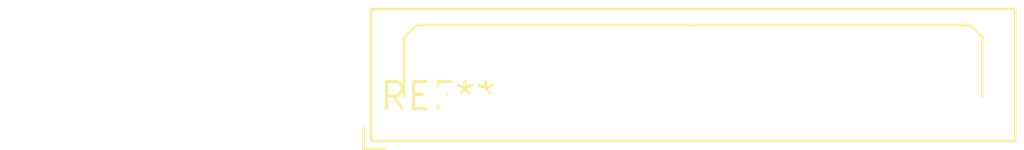
<source format=kicad_pcb>
(kicad_pcb (version 20240108) (generator pcbnew)
  (layers (0 "F.Cu" signal) (31 "B.Cu" signal) (34 "B.Paste" user) (35 "F.Paste" user) (36 "B.SilkS" user "B.Silkscreen") (37 "F.SilkS" user "F.Silkscreen") (38 "B.Mask" user) (39 "F.Mask" user) (44 "Edge.Cuts" user))
  (net 0 "")
  (footprint "Harwin_LTek-Male_2x13_P2.00mm_Vertical" (layer "F.Cu") (at 0 0)
    (property "Reference" "REF**")
    (property "Value" "Harwin_LTek-Male_2x13_P2.00mm_Vertical")
    (fp_line (start -3.5 1.5) (end -3.5 2.5) (layer "F.SilkS") (stroke (width 0.12)))
    (fp_line (start -3.5 2.5) (end -2.5 2.5) (layer "F.SilkS") (stroke (width 0.12)))
    (fp_line (start -3.15 -4.1) (end -3.15 2.1) (layer "F.SilkS") (stroke (width 0.12)))
    (fp_line (start -3.15 2.1) (end 27.15 2.1) (layer "F.SilkS") (stroke (width 0.12)))
    (fp_line (start -1.6 -2.75) (end -1 -3.35) (layer "F.SilkS") (stroke (width 0.12)))
    (fp_line (start -1.6 0) (end -1.6 -2.75) (layer "F.SilkS") (stroke (width 0.12)))
    (fp_line (start -1 -3.35) (end 12 -3.35) (layer "F.SilkS") (stroke (width 0.12)))
    (fp_line (start 25 -3.35) (end 12 -3.35) (layer "F.SilkS") (stroke (width 0.12)))
    (fp_line (start 25.6 -2.75) (end 25 -3.35) (layer "F.SilkS") (stroke (width 0.12)))
    (fp_line (start 25.6 0) (end 25.6 -2.75) (layer "F.SilkS") (stroke (width 0.12)))
    (fp_line (start 27.15 -4.1) (end -3.15 -4.1) (layer "F.SilkS") (stroke (width 0.12)))
    (fp_line (start 27.15 2.1) (end 27.15 -4.1) (layer "F.SilkS") (stroke (width 0.12)))
    (pad "1" thru_hole rect (at 0 0) (size 1.35 1.35) (drill 0.8) (layers *.Cu *.Mask) (remove_unused_layers))
    (pad "2" thru_hole circle (at 0 -2) (size 1.35 1.35) (drill 0.8) (layers *.Cu *.Mask) (remove_unused_layers))
    (pad "3" thru_hole circle (at 2 0) (size 1.35 1.35) (drill 0.8) (layers *.Cu *.Mask) (remove_unused_layers))
    (pad "4" thru_hole circle (at 2 -2) (size 1.35 1.35) (drill 0.8) (layers *.Cu *.Mask) (remove_unused_layers))
    (pad "5" thru_hole circle (at 4 0) (size 1.35 1.35) (drill 0.8) (layers *.Cu *.Mask) (remove_unused_layers))
    (pad "6" thru_hole circle (at 4 -2) (size 1.35 1.35) (drill 0.8) (layers *.Cu *.Mask) (remove_unused_layers))
    (pad "7" thru_hole circle (at 6 0) (size 1.35 1.35) (drill 0.8) (layers *.Cu *.Mask) (remove_unused_layers))
    (pad "8" thru_hole circle (at 6 -2) (size 1.35 1.35) (drill 0.8) (layers *.Cu *.Mask) (remove_unused_layers))
    (pad "9" thru_hole circle (at 8 0) (size 1.35 1.35) (drill 0.8) (layers *.Cu *.Mask) (remove_unused_layers))
    (pad "10" thru_hole circle (at 8 -2) (size 1.35 1.35) (drill 0.8) (layers *.Cu *.Mask) (remove_unused_layers))
    (pad "11" thru_hole circle (at 10 0) (size 1.35 1.35) (drill 0.8) (layers *.Cu *.Mask) (remove_unused_layers))
    (pad "12" thru_hole circle (at 10 -2) (size 1.35 1.35) (drill 0.8) (layers *.Cu *.Mask) (remove_unused_layers))
    (pad "13" thru_hole circle (at 12 0) (size 1.35 1.35) (drill 0.8) (layers *.Cu *.Mask) (remove_unused_layers))
    (pad "14" thru_hole circle (at 12 -2) (size 1.35 1.35) (drill 0.8) (layers *.Cu *.Mask) (remove_unused_layers))
    (pad "15" thru_hole circle (at 14 0) (size 1.35 1.35) (drill 0.8) (layers *.Cu *.Mask) (remove_unused_layers))
    (pad "16" thru_hole circle (at 14 -2) (size 1.35 1.35) (drill 0.8) (layers *.Cu *.Mask) (remove_unused_layers))
    (pad "17" thru_hole circle (at 16 0) (size 1.35 1.35) (drill 0.8) (layers *.Cu *.Mask) (remove_unused_layers))
    (pad "18" thru_hole circle (at 16 -2) (size 1.35 1.35) (drill 0.8) (layers *.Cu *.Mask) (remove_unused_layers))
    (pad "19" thru_hole circle (at 18 0) (size 1.35 1.35) (drill 0.8) (layers *.Cu *.Mask) (remove_unused_layers))
    (pad "20" thru_hole circle (at 18 -2) (size 1.35 1.35) (drill 0.8) (layers *.Cu *.Mask) (remove_unused_layers))
    (pad "21" thru_hole circle (at 20 0) (size 1.35 1.35) (drill 0.8) (layers *.Cu *.Mask) (remove_unused_layers))
    (pad "22" thru_hole circle (at 20 -2) (size 1.35 1.35) (drill 0.8) (layers *.Cu *.Mask) (remove_unused_layers))
    (pad "23" thru_hole circle (at 22 0) (size 1.35 1.35) (drill 0.8) (layers *.Cu *.Mask) (remove_unused_layers))
    (pad "24" thru_hole circle (at 22 -2) (size 1.35 1.35) (drill 0.8) (layers *.Cu *.Mask) (remove_unused_layers))
    (pad "25" thru_hole circle (at 24 0) (size 1.35 1.35) (drill 0.8) (layers *.Cu *.Mask) (remove_unused_layers))
    (pad "26" thru_hole circle (at 24 -2) (size 1.35 1.35) (drill 0.8) (layers *.Cu *.Mask) (remove_unused_layers))
  )
)
</source>
